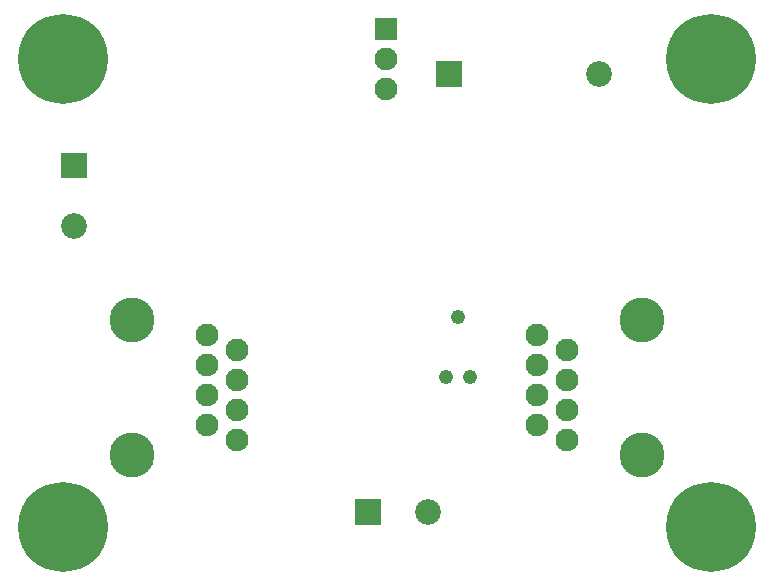
<source format=gbr>
G04 start of page 8 for group -4062 idx -4062 *
G04 Title: (unknown), soldermask *
G04 Creator: pcb 20140316 *
G04 CreationDate: Sun 30 Dec 2018 07:31:13 PM GMT UTC *
G04 For: railfan *
G04 Format: Gerber/RS-274X *
G04 PCB-Dimensions (mil): 2500.00 1900.00 *
G04 PCB-Coordinate-Origin: lower left *
%MOIN*%
%FSLAX25Y25*%
%LNBOTTOMMASK*%
%ADD88C,0.0860*%
%ADD87C,0.1500*%
%ADD86C,0.0760*%
%ADD85C,0.2997*%
%ADD84C,0.0001*%
%ADD83C,0.0490*%
G54D83*X148500Y87000D03*
X152500Y67000D03*
X144500D03*
G54D84*G36*
X141200Y172300D02*Y163700D01*
X149800D01*
Y172300D01*
X141200D01*
G37*
G54D85*X233000Y173000D03*
Y17000D03*
G54D86*X185000Y46000D03*
X175000Y51000D03*
X185000Y56000D03*
X175000Y61000D03*
G54D87*X210000Y41000D03*
G54D86*X185000Y66000D03*
G54D88*X195500Y168000D03*
G54D86*X175000Y71000D03*
Y81000D03*
X185000Y76000D03*
G54D87*X210000Y86000D03*
G54D86*X75000Y66000D03*
X65000Y61000D03*
X75000Y56000D03*
X65000Y51000D03*
Y81000D03*
X75000Y76000D03*
X65000Y71000D03*
X75000Y46000D03*
G54D84*G36*
X114200Y26300D02*Y17700D01*
X122800D01*
Y26300D01*
X114200D01*
G37*
G54D88*X138500Y22000D03*
G54D87*X40000Y86000D03*
G54D85*X17000Y173000D03*
G54D84*G36*
X16200Y141800D02*Y133200D01*
X24800D01*
Y141800D01*
X16200D01*
G37*
G54D88*X20500Y117500D03*
G54D87*X40000Y41000D03*
G54D85*X17000Y17000D03*
G54D84*G36*
X120700Y186800D02*Y179200D01*
X128300D01*
Y186800D01*
X120700D01*
G37*
G54D86*X124500Y173000D03*
Y163000D03*
M02*

</source>
